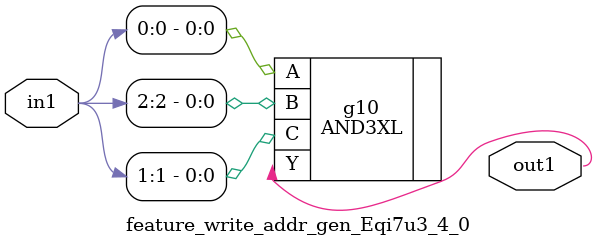
<source format=v>
`timescale 1ps / 1ps


module feature_write_addr_gen_Eqi7u3_4_0(in1, out1);
  input [2:0] in1;
  output out1;
  wire [2:0] in1;
  wire out1;
  AND3XL g10(.A (in1[0]), .B (in1[2]), .C (in1[1]), .Y (out1));
endmodule



</source>
